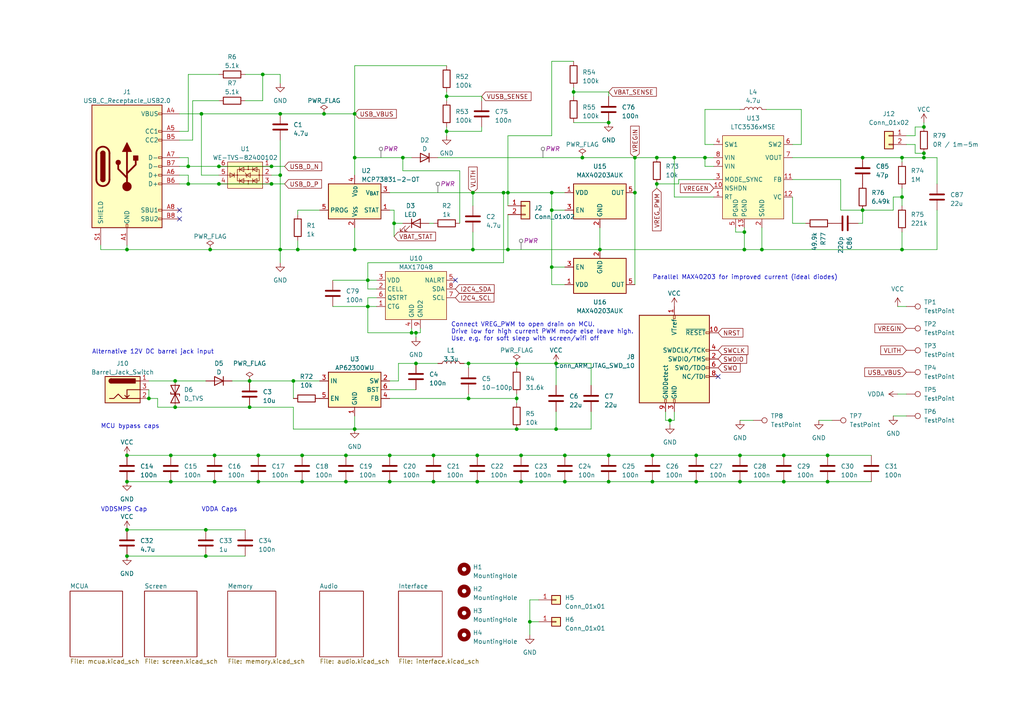
<source format=kicad_sch>
(kicad_sch (version 20230121) (generator eeschema)
  (paper "A4")
  (junction (at 102.87 72.39))
  (junction (at 59.69 161.29))
  (junction (at 36.83 132.08))
  (junction (at 93.98 33.02))
  (junction (at 116.84 45.72))
  (junction (at 125.73 132.08))
  (junction (at 100.33 132.08))
  (junction (at 63.5 53.34))
  (junction (at 106.68 81.28))
  (junction (at 50.8 110.49))
  (junction (at 215.9 67.31))
  (junction (at 261.62 57.15))
  (junction (at 227.33 132.08))
  (junction (at 125.73 139.7))
  (junction (at 215.9 72.39))
  (junction (at 201.93 139.7))
  (junction (at 85.09 110.49))
  (junction (at 86.36 72.39))
  (junction (at 240.03 132.08))
  (junction (at 163.83 132.08))
  (junction (at 135.89 115.57))
  (junction (at 250.19 45.72))
  (junction (at 129.54 38.1))
  (junction (at 54.61 48.26))
  (junction (at 63.5 48.26))
  (junction (at 36.83 72.39))
  (junction (at 151.13 132.08))
  (junction (at 74.93 132.08))
  (junction (at 204.47 45.72))
  (junction (at 261.62 72.39))
  (junction (at 149.86 115.57))
  (junction (at 60.96 72.39))
  (junction (at 149.86 124.46))
  (junction (at 163.83 139.7))
  (junction (at 194.31 121.92))
  (junction (at 129.54 27.94))
  (junction (at 49.53 132.08))
  (junction (at 102.87 45.72))
  (junction (at 166.37 26.67))
  (junction (at 176.53 35.56))
  (junction (at 160.02 55.88))
  (junction (at 81.28 50.8))
  (junction (at 120.65 105.41))
  (junction (at 240.03 139.7))
  (junction (at 137.16 55.88))
  (junction (at 149.86 105.41))
  (junction (at 102.87 33.02))
  (junction (at 113.03 139.7))
  (junction (at 72.39 118.11))
  (junction (at 119.38 96.52))
  (junction (at 220.98 72.39))
  (junction (at 267.97 44.45))
  (junction (at 50.8 118.11))
  (junction (at 138.43 139.7))
  (junction (at 76.2 21.59))
  (junction (at 49.53 139.7))
  (junction (at 160.02 60.96))
  (junction (at 100.33 139.7))
  (junction (at 74.93 139.7))
  (junction (at 161.29 124.46))
  (junction (at 62.23 132.08))
  (junction (at 72.39 110.49))
  (junction (at 261.62 45.72))
  (junction (at 120.65 96.52))
  (junction (at 114.3 64.77))
  (junction (at 190.5 45.72))
  (junction (at 138.43 132.08))
  (junction (at 184.15 55.88))
  (junction (at 160.02 77.47))
  (junction (at 62.23 139.7))
  (junction (at 59.69 153.67))
  (junction (at 43.18 115.57))
  (junction (at 58.42 33.02))
  (junction (at 189.23 139.7))
  (junction (at 250.19 60.96))
  (junction (at 78.74 48.26))
  (junction (at 81.28 33.02))
  (junction (at 214.63 139.7))
  (junction (at 267.97 45.72))
  (junction (at 168.91 45.72))
  (junction (at 137.16 72.39))
  (junction (at 201.93 132.08))
  (junction (at 161.29 105.41))
  (junction (at 146.05 55.88))
  (junction (at 267.97 36.83))
  (junction (at 106.68 88.9))
  (junction (at 227.33 139.7))
  (junction (at 189.23 132.08))
  (junction (at 78.74 53.34))
  (junction (at 36.83 161.29))
  (junction (at 81.28 72.39))
  (junction (at 135.89 105.41))
  (junction (at 195.58 45.72))
  (junction (at 102.87 124.46))
  (junction (at 147.32 72.39))
  (junction (at 36.83 139.7))
  (junction (at 176.53 132.08))
  (junction (at 36.83 153.67))
  (junction (at 87.63 139.7))
  (junction (at 176.53 139.7))
  (junction (at 190.5 53.34))
  (junction (at 113.03 132.08))
  (junction (at 87.63 132.08))
  (junction (at 147.32 55.88))
  (junction (at 184.15 45.72))
  (junction (at 153.67 180.34))
  (junction (at 214.63 132.08))
  (junction (at 173.99 72.39))
  (junction (at 54.61 53.34))
  (junction (at 151.13 139.7))
  (no_connect (at 52.07 60.96))
  (no_connect (at 132.08 81.28))
  (no_connect (at 52.07 63.5))
  (no_connect (at 208.28 109.22))
  (wire (pts (xy 147.32 55.88) (xy 147.32 59.69)))
  (wire (pts (xy 250.19 64.77) (xy 250.19 60.96)))
  (wire (pts (xy 116.84 49.53) (xy 133.35 49.53)))
  (wire (pts (xy 248.92 64.77) (xy 250.19 64.77)))
  (wire (pts (xy 63.5 48.26) (xy 78.74 48.26)))
  (wire (pts (xy 265.43 41.91) (xy 262.89 41.91)))
  (wire (pts (xy 81.28 21.59) (xy 81.28 24.13)))
  (wire (pts (xy 49.53 139.7) (xy 62.23 139.7)))
  (wire (pts (xy 149.86 124.46) (xy 161.29 124.46)))
  (wire (pts (xy 85.09 110.49) (xy 92.71 110.49)))
  (wire (pts (xy 138.43 139.7) (xy 151.13 139.7)))
  (wire (pts (xy 114.3 64.77) (xy 114.3 60.96)))
  (wire (pts (xy 58.42 50.8) (xy 63.5 50.8)))
  (wire (pts (xy 163.83 132.08) (xy 176.53 132.08)))
  (wire (pts (xy 125.73 139.7) (xy 138.43 139.7)))
  (wire (pts (xy 184.15 45.72) (xy 190.5 45.72)))
  (wire (pts (xy 261.62 57.15) (xy 261.62 59.69)))
  (wire (pts (xy 193.04 121.92) (xy 194.31 121.92)))
  (wire (pts (xy 207.01 48.26) (xy 204.47 48.26)))
  (wire (pts (xy 163.83 60.96) (xy 160.02 60.96)))
  (wire (pts (xy 36.83 161.29) (xy 59.69 161.29)))
  (wire (pts (xy 87.63 132.08) (xy 100.33 132.08)))
  (wire (pts (xy 160.02 77.47) (xy 163.83 77.47)))
  (wire (pts (xy 243.84 60.96) (xy 243.84 52.07)))
  (wire (pts (xy 63.5 53.34) (xy 78.74 53.34)))
  (wire (pts (xy 106.68 81.28) (xy 106.68 76.2)))
  (wire (pts (xy 137.16 67.31) (xy 137.16 72.39)))
  (wire (pts (xy 129.54 27.94) (xy 139.7 27.94)))
  (wire (pts (xy 86.36 69.85) (xy 86.36 72.39)))
  (wire (pts (xy 250.19 60.96) (xy 243.84 60.96)))
  (wire (pts (xy 92.71 60.96) (xy 86.36 60.96)))
  (wire (pts (xy 54.61 50.8) (xy 52.07 50.8)))
  (wire (pts (xy 147.32 72.39) (xy 173.99 72.39)))
  (wire (pts (xy 45.72 115.57) (xy 45.72 118.11)))
  (wire (pts (xy 60.96 72.39) (xy 81.28 72.39)))
  (wire (pts (xy 54.61 38.1) (xy 54.61 21.59)))
  (wire (pts (xy 201.93 132.08) (xy 214.63 132.08)))
  (wire (pts (xy 139.7 38.1) (xy 129.54 38.1)))
  (wire (pts (xy 36.83 139.7) (xy 49.53 139.7)))
  (wire (pts (xy 160.02 60.96) (xy 160.02 77.47)))
  (wire (pts (xy 259.08 60.96) (xy 250.19 60.96)))
  (wire (pts (xy 102.87 45.72) (xy 102.87 33.02)))
  (wire (pts (xy 120.65 105.41) (xy 127 105.41)))
  (wire (pts (xy 67.31 110.49) (xy 72.39 110.49)))
  (wire (pts (xy 106.68 81.28) (xy 109.22 81.28)))
  (wire (pts (xy 36.83 71.12) (xy 36.83 72.39)))
  (wire (pts (xy 133.35 49.53) (xy 133.35 64.77)))
  (wire (pts (xy 214.63 121.92) (xy 218.44 121.92)))
  (wire (pts (xy 138.43 132.08) (xy 151.13 132.08)))
  (wire (pts (xy 160.02 60.96) (xy 160.02 55.88)))
  (wire (pts (xy 149.86 105.41) (xy 149.86 106.68)))
  (wire (pts (xy 85.09 118.11) (xy 85.09 124.46)))
  (wire (pts (xy 151.13 132.08) (xy 163.83 132.08)))
  (wire (pts (xy 160.02 39.37) (xy 160.02 17.78)))
  (wire (pts (xy 176.53 26.67) (xy 176.53 27.94)))
  (wire (pts (xy 113.03 132.08) (xy 125.73 132.08)))
  (wire (pts (xy 96.52 81.28) (xy 106.68 81.28)))
  (wire (pts (xy 109.22 88.9) (xy 106.68 88.9)))
  (wire (pts (xy 106.68 76.2) (xy 146.05 76.2)))
  (wire (pts (xy 119.38 95.25) (xy 119.38 96.52)))
  (wire (pts (xy 55.88 29.21) (xy 63.5 29.21)))
  (wire (pts (xy 261.62 45.72) (xy 267.97 45.72)))
  (wire (pts (xy 189.23 132.08) (xy 201.93 132.08)))
  (wire (pts (xy 207.01 57.15) (xy 195.58 57.15)))
  (wire (pts (xy 121.92 96.52) (xy 120.65 96.52)))
  (wire (pts (xy 137.16 72.39) (xy 147.32 72.39)))
  (wire (pts (xy 153.67 180.34) (xy 153.67 184.15)))
  (wire (pts (xy 29.21 71.12) (xy 29.21 72.39)))
  (wire (pts (xy 114.3 60.96) (xy 113.03 60.96)))
  (wire (pts (xy 259.08 57.15) (xy 259.08 60.96)))
  (wire (pts (xy 160.02 55.88) (xy 163.83 55.88)))
  (wire (pts (xy 49.53 132.08) (xy 62.23 132.08)))
  (wire (pts (xy 267.97 44.45) (xy 265.43 44.45)))
  (wire (pts (xy 86.36 60.96) (xy 86.36 62.23)))
  (wire (pts (xy 100.33 132.08) (xy 113.03 132.08)))
  (wire (pts (xy 106.68 88.9) (xy 106.68 96.52)))
  (wire (pts (xy 109.22 86.36) (xy 106.68 86.36)))
  (wire (pts (xy 220.98 66.04) (xy 220.98 72.39)))
  (wire (pts (xy 166.37 25.4) (xy 166.37 26.67)))
  (wire (pts (xy 161.29 105.41) (xy 161.29 111.76)))
  (wire (pts (xy 229.87 64.77) (xy 229.87 57.15)))
  (wire (pts (xy 153.67 180.34) (xy 156.21 180.34)))
  (wire (pts (xy 227.33 132.08) (xy 240.03 132.08)))
  (wire (pts (xy 195.58 119.38) (xy 195.58 121.92)))
  (wire (pts (xy 267.97 44.45) (xy 267.97 45.72)))
  (wire (pts (xy 267.97 35.56) (xy 267.97 36.83)))
  (wire (pts (xy 113.03 115.57) (xy 135.89 115.57)))
  (wire (pts (xy 106.68 96.52) (xy 119.38 96.52)))
  (wire (pts (xy 29.21 72.39) (xy 36.83 72.39)))
  (wire (pts (xy 149.86 114.3) (xy 149.86 115.57)))
  (wire (pts (xy 271.78 60.96) (xy 271.78 72.39)))
  (wire (pts (xy 271.78 45.72) (xy 271.78 53.34)))
  (wire (pts (xy 102.87 72.39) (xy 137.16 72.39)))
  (wire (pts (xy 129.54 36.83) (xy 129.54 38.1)))
  (wire (pts (xy 195.58 121.92) (xy 194.31 121.92)))
  (wire (pts (xy 193.04 119.38) (xy 193.04 121.92)))
  (wire (pts (xy 124.46 64.77) (xy 125.73 64.77)))
  (wire (pts (xy 214.63 139.7) (xy 227.33 139.7)))
  (wire (pts (xy 139.7 27.94) (xy 139.7 29.21)))
  (wire (pts (xy 265.43 39.37) (xy 265.43 36.83)))
  (wire (pts (xy 74.93 132.08) (xy 87.63 132.08)))
  (wire (pts (xy 52.07 38.1) (xy 54.61 38.1)))
  (wire (pts (xy 135.89 115.57) (xy 135.89 114.3)))
  (wire (pts (xy 173.99 66.04) (xy 173.99 72.39)))
  (wire (pts (xy 74.93 139.7) (xy 87.63 139.7)))
  (wire (pts (xy 137.16 55.88) (xy 137.16 59.69)))
  (wire (pts (xy 81.28 40.64) (xy 81.28 50.8)))
  (wire (pts (xy 190.5 45.72) (xy 195.58 45.72)))
  (wire (pts (xy 243.84 52.07) (xy 229.87 52.07)))
  (wire (pts (xy 113.03 55.88) (xy 137.16 55.88)))
  (wire (pts (xy 153.67 173.99) (xy 153.67 180.34)))
  (wire (pts (xy 129.54 38.1) (xy 129.54 39.37)))
  (wire (pts (xy 115.57 105.41) (xy 120.65 105.41)))
  (wire (pts (xy 220.98 72.39) (xy 261.62 72.39)))
  (wire (pts (xy 116.84 64.77) (xy 114.3 64.77)))
  (wire (pts (xy 166.37 26.67) (xy 166.37 27.94)))
  (wire (pts (xy 114.3 64.77) (xy 114.3 68.58)))
  (wire (pts (xy 260.35 114.3) (xy 262.89 114.3)))
  (wire (pts (xy 87.63 139.7) (xy 100.33 139.7)))
  (wire (pts (xy 229.87 45.72) (xy 250.19 45.72)))
  (wire (pts (xy 72.39 118.11) (xy 85.09 118.11)))
  (wire (pts (xy 81.28 72.39) (xy 81.28 76.2)))
  (wire (pts (xy 59.69 161.29) (xy 71.12 161.29)))
  (wire (pts (xy 156.21 173.99) (xy 153.67 173.99)))
  (wire (pts (xy 36.83 72.39) (xy 60.96 72.39)))
  (wire (pts (xy 160.02 82.55) (xy 163.83 82.55)))
  (wire (pts (xy 176.53 139.7) (xy 189.23 139.7)))
  (wire (pts (xy 135.89 105.41) (xy 135.89 106.68)))
  (wire (pts (xy 113.03 139.7) (xy 125.73 139.7)))
  (wire (pts (xy 134.62 105.41) (xy 135.89 105.41)))
  (wire (pts (xy 78.74 48.26) (xy 82.55 48.26)))
  (wire (pts (xy 232.41 31.75) (xy 232.41 41.91)))
  (wire (pts (xy 201.93 139.7) (xy 214.63 139.7)))
  (wire (pts (xy 261.62 57.15) (xy 259.08 57.15)))
  (wire (pts (xy 215.9 66.04) (xy 215.9 67.31)))
  (wire (pts (xy 161.29 105.41) (xy 171.45 105.41)))
  (wire (pts (xy 168.91 45.72) (xy 184.15 45.72)))
  (wire (pts (xy 215.9 67.31) (xy 213.36 67.31)))
  (wire (pts (xy 151.13 139.7) (xy 163.83 139.7)))
  (wire (pts (xy 86.36 72.39) (xy 102.87 72.39)))
  (wire (pts (xy 139.7 36.83) (xy 139.7 38.1)))
  (wire (pts (xy 265.43 36.83) (xy 267.97 36.83)))
  (wire (pts (xy 129.54 27.94) (xy 129.54 29.21)))
  (wire (pts (xy 63.5 53.34) (xy 54.61 53.34)))
  (wire (pts (xy 227.33 139.7) (xy 240.03 139.7)))
  (wire (pts (xy 129.54 26.67) (xy 129.54 27.94)))
  (wire (pts (xy 166.37 26.67) (xy 176.53 26.67)))
  (wire (pts (xy 72.39 110.49) (xy 85.09 110.49)))
  (wire (pts (xy 125.73 132.08) (xy 138.43 132.08)))
  (wire (pts (xy 36.83 153.67) (xy 59.69 153.67)))
  (wire (pts (xy 54.61 21.59) (xy 63.5 21.59)))
  (wire (pts (xy 260.35 88.9) (xy 262.89 88.9)))
  (wire (pts (xy 176.53 132.08) (xy 189.23 132.08)))
  (wire (pts (xy 146.05 55.88) (xy 147.32 55.88)))
  (wire (pts (xy 160.02 17.78) (xy 166.37 17.78)))
  (wire (pts (xy 43.18 110.49) (xy 50.8 110.49)))
  (wire (pts (xy 113.03 113.03) (xy 120.65 113.03)))
  (wire (pts (xy 43.18 113.03) (xy 43.18 115.57)))
  (wire (pts (xy 113.03 110.49) (xy 115.57 110.49)))
  (wire (pts (xy 233.68 64.77) (xy 229.87 64.77)))
  (wire (pts (xy 147.32 72.39) (xy 147.32 62.23)))
  (wire (pts (xy 173.99 72.39) (xy 215.9 72.39)))
  (wire (pts (xy 54.61 48.26) (xy 54.61 45.72)))
  (wire (pts (xy 163.83 139.7) (xy 176.53 139.7)))
  (wire (pts (xy 76.2 29.21) (xy 76.2 21.59)))
  (wire (pts (xy 146.05 76.2) (xy 146.05 55.88)))
  (wire (pts (xy 58.42 33.02) (xy 58.42 50.8)))
  (wire (pts (xy 102.87 66.04) (xy 102.87 72.39)))
  (wire (pts (xy 50.8 118.11) (xy 72.39 118.11)))
  (wire (pts (xy 261.62 67.31) (xy 261.62 72.39)))
  (wire (pts (xy 62.23 139.7) (xy 74.93 139.7)))
  (wire (pts (xy 184.15 55.88) (xy 184.15 82.55)))
  (wire (pts (xy 71.12 21.59) (xy 76.2 21.59)))
  (wire (pts (xy 43.18 115.57) (xy 45.72 115.57)))
  (wire (pts (xy 93.98 33.02) (xy 81.28 33.02)))
  (wire (pts (xy 267.97 45.72) (xy 271.78 45.72)))
  (wire (pts (xy 262.89 39.37) (xy 265.43 39.37)))
  (wire (pts (xy 50.8 110.49) (xy 59.69 110.49)))
  (wire (pts (xy 147.32 39.37) (xy 160.02 39.37)))
  (wire (pts (xy 261.62 54.61) (xy 261.62 57.15)))
  (wire (pts (xy 207.01 41.91) (xy 204.47 41.91)))
  (wire (pts (xy 265.43 44.45) (xy 265.43 41.91)))
  (wire (pts (xy 62.23 132.08) (xy 74.93 132.08)))
  (wire (pts (xy 52.07 53.34) (xy 54.61 53.34)))
  (wire (pts (xy 85.09 124.46) (xy 102.87 124.46)))
  (wire (pts (xy 171.45 105.41) (xy 171.45 111.76)))
  (wire (pts (xy 85.09 110.49) (xy 85.09 115.57)))
  (wire (pts (xy 190.5 54.61) (xy 190.5 53.34)))
  (wire (pts (xy 96.52 88.9) (xy 106.68 88.9)))
  (wire (pts (xy 102.87 120.65) (xy 102.87 124.46)))
  (wire (pts (xy 78.74 53.34) (xy 82.55 53.34)))
  (wire (pts (xy 261.62 72.39) (xy 271.78 72.39)))
  (wire (pts (xy 137.16 55.88) (xy 146.05 55.88)))
  (wire (pts (xy 261.62 45.72) (xy 261.62 46.99)))
  (wire (pts (xy 102.87 33.02) (xy 102.87 19.05)))
  (wire (pts (xy 102.87 50.8) (xy 102.87 45.72)))
  (wire (pts (xy 204.47 41.91) (xy 204.47 31.75)))
  (wire (pts (xy 184.15 45.72) (xy 184.15 55.88)))
  (wire (pts (xy 189.23 139.7) (xy 201.93 139.7)))
  (wire (pts (xy 196.85 53.34) (xy 196.85 52.07)))
  (wire (pts (xy 149.86 105.41) (xy 161.29 105.41)))
  (wire (pts (xy 52.07 48.26) (xy 54.61 48.26)))
  (wire (pts (xy 76.2 21.59) (xy 81.28 21.59)))
  (wire (pts (xy 161.29 124.46) (xy 161.29 119.38)))
  (wire (pts (xy 135.89 105.41) (xy 149.86 105.41)))
  (wire (pts (xy 102.87 33.02) (xy 93.98 33.02)))
  (wire (pts (xy 195.58 57.15) (xy 195.58 45.72)))
  (wire (pts (xy 100.33 139.7) (xy 113.03 139.7)))
  (wire (pts (xy 204.47 31.75) (xy 214.63 31.75)))
  (wire (pts (xy 119.38 96.52) (xy 120.65 96.52)))
  (wire (pts (xy 71.12 29.21) (xy 76.2 29.21)))
  (wire (pts (xy 45.72 118.11) (xy 50.8 118.11)))
  (wire (pts (xy 204.47 48.26) (xy 204.47 45.72)))
  (wire (pts (xy 240.03 139.7) (xy 252.73 139.7)))
  (wire (pts (xy 259.08 120.65) (xy 262.89 120.65)))
  (wire (pts (xy 54.61 45.72) (xy 52.07 45.72)))
  (wire (pts (xy 78.74 50.8) (xy 81.28 50.8)))
  (wire (pts (xy 52.07 40.64) (xy 55.88 40.64)))
  (wire (pts (xy 63.5 48.26) (xy 54.61 48.26)))
  (wire (pts (xy 147.32 55.88) (xy 160.02 55.88)))
  (wire (pts (xy 102.87 45.72) (xy 116.84 45.72)))
  (wire (pts (xy 194.31 121.92) (xy 194.31 123.19)))
  (wire (pts (xy 204.47 45.72) (xy 207.01 45.72)))
  (wire (pts (xy 166.37 35.56) (xy 176.53 35.56)))
  (wire (pts (xy 116.84 45.72) (xy 119.38 45.72)))
  (wire (pts (xy 135.89 115.57) (xy 149.86 115.57)))
  (wire (pts (xy 106.68 83.82) (xy 106.68 81.28)))
  (wire (pts (xy 215.9 72.39) (xy 220.98 72.39)))
  (wire (pts (xy 240.03 132.08) (xy 252.73 132.08)))
  (wire (pts (xy 109.22 83.82) (xy 106.68 83.82)))
  (wire (pts (xy 81.28 50.8) (xy 81.28 72.39)))
  (wire (pts (xy 215.9 67.31) (xy 215.9 72.39)))
  (wire (pts (xy 149.86 115.57) (xy 149.86 116.84)))
  (wire (pts (xy 102.87 124.46) (xy 149.86 124.46)))
  (wire (pts (xy 190.5 53.34) (xy 196.85 53.34)))
  (wire (pts (xy 102.87 19.05) (xy 129.54 19.05)))
  (wire (pts (xy 222.25 31.75) (xy 232.41 31.75)))
  (wire (pts (xy 54.61 53.34) (xy 54.61 50.8)))
  (wire (pts (xy 81.28 33.02) (xy 58.42 33.02)))
  (wire (pts (xy 171.45 124.46) (xy 161.29 124.46)))
  (wire (pts (xy 59.69 153.67) (xy 71.12 153.67)))
  (wire (pts (xy 214.63 132.08) (xy 227.33 132.08)))
  (wire (pts (xy 120.65 96.52) (xy 120.65 97.79)))
  (wire (pts (xy 232.41 41.91) (xy 229.87 41.91)))
  (wire (pts (xy 250.19 45.72) (xy 261.62 45.72)))
  (wire (pts (xy 121.92 95.25) (xy 121.92 96.52)))
  (wire (pts (xy 147.32 55.88) (xy 147.32 39.37)))
  (wire (pts (xy 196.85 52.07) (xy 207.01 52.07)))
  (wire (pts (xy 36.83 132.08) (xy 49.53 132.08)))
  (wire (pts (xy 127 45.72) (xy 168.91 45.72)))
  (wire (pts (xy 213.36 67.31) (xy 213.36 66.04)))
  (wire (pts (xy 52.07 33.02) (xy 58.42 33.02)))
  (wire (pts (xy 55.88 40.64) (xy 55.88 29.21)))
  (wire (pts (xy 106.68 86.36) (xy 106.68 88.9)))
  (wire (pts (xy 160.02 77.47) (xy 160.02 82.55)))
  (wire (pts (xy 81.28 72.39) (xy 86.36 72.39)))
  (wire (pts (xy 195.58 45.72) (xy 204.47 45.72)))
  (wire (pts (xy 171.45 119.38) (xy 171.45 124.46)))
  (wire (pts (xy 237.49 121.92) (xy 241.3 121.92)))
  (wire (pts (xy 115.57 110.49) (xy 115.57 105.41)))
  (wire (pts (xy 116.84 45.72) (xy 116.84 49.53)))
  (text "Alternative 12V DC barrel jack input" (at 26.67 102.87 0) (effects (font (size 1.27 1.27)) (justify left bottom)))
  (text "VDDA Caps" (at 58.42 148.59 0) (effects (font (size 1.27 1.27)) (justify left bottom)))
  (text "MCU bypass caps" (at 29.21 124.46 0) (effects (font (size 1.27 1.27)) (justify left bottom)))
  (text "Connect VREG_PWM to open drain on MCU.\nDrive low for high current PWM mode else leave high.\nUse, e.g. for soft sleep with screen/wifi off" (at 130.81 99.06 0) (effects (font (size 1.27 1.27)) (justify left bottom)))
  (text "VDDSMPS Cap" (at 29.21 148.59 0) (effects (font (size 1.27 1.27)) (justify left bottom)))
  (text "Parallel MAX40203 for improved current (ideal diodes)" (at 189.23 81.28 0) (effects (font (size 1.27 1.27)) (justify left bottom)))
  (global_label "VBAT_SENSE" (shape input) (at 176.53 26.67 0) (property "Intersheetrefs" "${INTERSHEET_REFS}" (effects hide)))
  (global_label "USB_D_P" (shape input) (at 82.55 53.34 0) (property "Intersheetrefs" "${INTERSHEET_REFS}" (effects hide)))
  (global_label "VLITH" (shape input) (at 262.89 101.6 180) (property "Intersheetrefs" "${INTERSHEET_REFS}" (effects hide)))
  (global_label "VREGIN" (shape input) (at 262.89 95.25 180) (property "Intersheetrefs" "${INTERSHEET_REFS}" (effects hide)))
  (global_label "I2C4_SCL" (shape input) (at 132.08 86.36 0) (property "Intersheetrefs" "${INTERSHEET_REFS}" (effects hide)))
  (global_label "USB_VBUS" (shape input) (at 102.87 33.02 0) (property "Intersheetrefs" "${INTERSHEET_REFS}" (effects hide)))
  (global_label "VREG_PWM" (shape input) (at 190.5 54.61 270) (property "Intersheetrefs" "${INTERSHEET_REFS}" (effects hide)))
  (global_label "VREGEN" (shape input) (at 207.01 54.61 180) (property "Intersheetrefs" "${INTERSHEET_REFS}" (effects hide)))
  (global_label "VUSB_SENSE" (shape input) (at 139.7 27.94 0) (property "Intersheetrefs" "${INTERSHEET_REFS}" (effects hide)))
  (global_label "SWDIO" (shape input) (at 208.28 104.14 0) (property "Intersheetrefs" "${INTERSHEET_REFS}" (effects hide)))
  (global_label "SWO" (shape input) (at 208.28 106.68 0) (property "Intersheetrefs" "${INTERSHEET_REFS}" (effects hide)))
  (global_label "VBAT_STAT" (shape input) (at 114.3 68.58 0) (property "Intersheetrefs" "${INTERSHEET_REFS}" (effects hide)))
  (global_label "NRST" (shape input) (at 208.28 96.52 0) (property "Intersheetrefs" "${INTERSHEET_REFS}" (effects hide)))
  (global_label "USB_D_N" (shape input) (at 82.55 48.26 0) (property "Intersheetrefs" "${INTERSHEET_REFS}" (effects hide)))
  (global_label "I2C4_SDA" (shape input) (at 132.08 83.82 0) (property "Intersheetrefs" "${INTERSHEET_REFS}" (effects hide)))
  (global_label "VREGIN" (shape input) (at 184.15 45.72 90) (property "Intersheetrefs" "${INTERSHEET_REFS}" (effects hide)))
  (global_label "USB_VBUS" (shape input) (at 262.89 107.95 180) (property "Intersheetrefs" "${INTERSHEET_REFS}" (effects hide)))
  (global_label "SWCLK" (shape input) (at 208.28 101.6 0) (property "Intersheetrefs" "${INTERSHEET_REFS}" (effects hide)))
  (global_label "VLITH" (shape input) (at 137.16 55.88 90) (property "Intersheetrefs" "${INTERSHEET_REFS}" (effects hide)))
  (netclass_flag "" (length 2.54) (shape round) (at 127 55.88 0) (property "Netclass" "PWR" (at 127.6985 53.34 0) (effects (font italic) (justify left))))
  (netclass_flag "" (length 2.54) (shape round) (at 151.13 72.39 0) (property "Netclass" "PWR" (at 151.8285 69.85 0) (effects (font italic) (justify left))))
  (netclass_flag "" (length 2.54) (shape round) (at 157.48 45.72 0) (property "Netclass" "PWR" (at 158.1785 43.18 0) (effects (font italic) (justify left))))
  (netclass_flag "" (length 2.54) (shape round) (at 110.49 45.72 0) (property "Netclass" "PWR" (at 111.1885 43.18 0) (effects (font italic) (justify left))))
  (symbol (lib_id "power:PWR_FLAG") (at 168.91 45.72 0) (unit 1)
    (property "Reference" "#FLG03" (effects hide))
    (property "Value" "PWR_FLAG" (at 168.91 41.91 0))
  )
  (symbol (lib_id "Connector_Generic:Conn_01x01") (at 161.29 173.99 0) (unit 1)
    (property "Reference" "H5" (at 163.83 173.355 0) (effects (justify left)))
    (property "Value" "Conn_01x01" (at 163.83 175.895 0) (effects (justify left)))
    (property "Footprint" "Connector_PinHeader_2.54mm:PinHeader_1x01_P2.54mm_Vertical" (effects hide))
  )
  (symbol (lib_id "power:GND") (at 120.65 97.79 0) (unit 1)
    (property "Reference" "#PWR071" (effects hide))
    (property "Value" "GND" (at 120.65 102.87 0))
  )
  (symbol (lib_id "power:VCC") (at 161.29 105.41 0) (unit 1)
    (property "Reference" "#PWR090" (effects hide))
    (property "Value" "VCC" (at 161.29 101.6 0))
  )
  (symbol (lib_id "Device:C") (at 100.33 135.89 0) (unit 1)
    (property "Reference" "C19" (at 104.14 135.255 0) (effects (justify left)))
    (property "Value" "100n" (at 104.14 137.795 0) (effects (justify left)))
    (property "Footprint" "Capacitor_SMD:C_0603_1608Metric" (effects hide))
  )
  (symbol (lib_id "Device:C") (at 201.93 135.89 0) (unit 1)
    (property "Reference" "C27" (at 205.74 135.255 0) (effects (justify left)))
    (property "Value" "100n" (at 205.74 137.795 0) (effects (justify left)))
    (property "Footprint" "Capacitor_SMD:C_0603_1608Metric" (effects hide))
  )
  (symbol (lib_id "Device:C") (at 125.73 135.89 0) (unit 1)
    (property "Reference" "C21" (at 129.54 135.255 0) (effects (justify left)))
    (property "Value" "100n" (at 129.54 137.795 0) (effects (justify left)))
    (property "Footprint" "Capacitor_SMD:C_0603_1608Metric" (effects hide))
  )
  (symbol (lib_id "Device:C") (at 139.7 33.02 0) (unit 1)
    (property "Reference" "C75" (at 143.51 32.385 0) (effects (justify left)))
    (property "Value" "100n" (at 143.51 34.925 0) (effects (justify left)))
    (property "Footprint" "Capacitor_SMD:C_0603_1608Metric" (effects hide))
  )
  (symbol (lib_id "Connector:TestPoint") (at 262.89 88.9 270) (unit 1)
    (property "Reference" "TP1" (at 267.97 87.63 90) (effects (justify left)))
    (property "Value" "TestPoint" (at 267.97 90.17 90) (effects (justify left)))
    (property "Footprint" "Connector_PinHeader_2.54mm:PinHeader_1x01_P2.54mm_Vertical" (effects hide))
  )
  (symbol (lib_id "Analog_Switch:MAX40200AUK") (at 173.99 80.01 0) (mirror x) (unit 1)
    (property "Reference" "U16" (at 173.99 87.63 0))
    (property "Value" "MAX40203AUK" (at 173.99 90.17 0))
    (property "Footprint" "Package_TO_SOT_SMD:SOT-23-5" (effects hide))
    (property "Datasheet" "https://datasheets.maximintegrated.com/en/ds/MAX40200.pdf" (effects hide))
  )
  (symbol (lib_id "Device:R") (at 166.37 31.75 0) (unit 1)
    (property "Reference" "R55" (at 168.91 31.115 0) (effects (justify left)))
    (property "Value" "100k" (at 168.91 33.655 0) (effects (justify left)))
    (property "Footprint" "Resistor_SMD:R_0603_1608Metric" (effects hide))
  )
  (symbol (lib_id "Device:C") (at 161.29 115.57 0) (unit 1)
    (property "Reference" "C6" (at 165.1 114.935 0) (effects (justify left)))
    (property "Value" "22u" (at 165.1 117.475 0) (effects (justify left)))
    (property "Footprint" "Capacitor_SMD:C_0805_2012Metric" (effects hide))
  )
  (symbol (lib_id "Connector:TestPoint") (at 262.89 95.25 270) (unit 1)
    (property "Reference" "TP2" (at 267.97 93.98 90) (effects (justify left)))
    (property "Value" "TestPoint" (at 267.97 96.52 90) (effects (justify left)))
    (property "Footprint" "Connector_PinHeader_2.54mm:PinHeader_1x01_P2.54mm_Vertical" (effects hide))
  )
  (symbol (lib_id "Connector:TestPoint") (at 262.89 107.95 270) (unit 1)
    (property "Reference" "TP4" (at 267.97 106.68 90) (effects (justify left)))
    (property "Value" "TestPoint" (at 267.97 109.22 90) (effects (justify left)))
    (property "Footprint" "Connector_PinHeader_2.54mm:PinHeader_1x01_P2.54mm_Vertical" (effects hide))
  )
  (symbol (lib_id "Device:D") (at 63.5 110.49 180) (unit 1)
    (property "Reference" "D5" (at 63.5 105.41 0))
    (property "Value" "D" (at 63.5 107.95 0))
    (property "Footprint" "Diode_SMD:D_SOD-128" (effects hide))
    (property "Sim.Device" "D" (effects hide))
    (property "Sim.Pins" "1=K 2=A" (effects hide))
  )
  (symbol (lib_id "Device:C") (at 74.93 135.89 0) (unit 1)
    (property "Reference" "C17" (at 78.74 135.255 0) (effects (justify left)))
    (property "Value" "100n" (at 78.74 137.795 0) (effects (justify left)))
    (property "Footprint" "Capacitor_SMD:C_0603_1608Metric" (effects hide))
  )
  (symbol (lib_id "Mechanical:MountingHole") (at 134.62 165.1 0) (unit 1)
    (property "Reference" "H1" (at 137.16 164.465 0) (effects (justify left)))
    (property "Value" "MountingHole" (at 137.16 167.005 0) (effects (justify left)))
    (property "Footprint" "MountingHole:MountingHole_3.2mm_M3" (effects hide))
  )
  (symbol (lib_id "power:GND") (at 36.83 161.29 0) (unit 1)
    (property "Reference" "#PWR011" (effects hide))
    (property "Value" "GND" (at 36.83 166.37 0))
  )
  (symbol (lib_id "Connector:TestPoint") (at 262.89 101.6 270) (unit 1)
    (property "Reference" "TP3" (at 267.97 100.33 90) (effects (justify left)))
    (property "Value" "TestPoint" (at 267.97 102.87 90) (effects (justify left)))
    (property "Footprint" "Connector_PinHeader_2.54mm:PinHeader_1x01_P2.54mm_Vertical" (effects hide))
  )
  (symbol (lib_id "Device:C") (at 176.53 31.75 0) (unit 1)
    (property "Reference" "C76" (at 180.34 31.115 0) (effects (justify left)))
    (property "Value" "100n" (at 180.34 33.655 0) (effects (justify left)))
    (property "Footprint" "Capacitor_SMD:C_0603_1608Metric" (effects hide))
  )
  (symbol (lib_id "Device:C") (at 271.78 57.15 0) (unit 1)
    (property "Reference" "C87" (at 275.59 56.515 0) (effects (justify left)))
    (property "Value" "22u" (at 275.59 59.055 0) (effects (justify left)))
    (property "Footprint" "Capacitor_SMD:C_0805_2012Metric" (effects hide))
  )
  (symbol (lib_id "Device:C") (at 250.19 49.53 0) (unit 1)
    (property "Reference" "C85" (at 254 48.26 0) (effects (justify left)))
    (property "Value" "47p" (at 254 50.8 0) (effects (justify left)))
    (property "Footprint" "Capacitor_SMD:C_0603_1608Metric" (effects hide))
  )
  (symbol (lib_id "power:GND") (at 153.67 184.15 0) (unit 1)
    (property "Reference" "#PWR088" (effects hide))
    (property "Value" "GND" (at 153.67 189.23 0))
  )
  (symbol (lib_id "Device:C") (at 36.83 157.48 0) (unit 1)
    (property "Reference" "C32" (at 40.64 156.845 0) (effects (justify left)))
    (property "Value" "4.7u" (at 40.64 159.385 0) (effects (justify left)))
    (property "Footprint" "Capacitor_SMD:C_0805_2012Metric" (effects hide))
  )
  (symbol (lib_id "Device:C") (at 171.45 115.57 0) (unit 1)
    (property "Reference" "C7" (at 175.26 114.935 0) (effects (justify left)))
    (property "Value" "22u" (at 175.26 117.475 0) (effects (justify left)))
    (property "Footprint" "Capacitor_SMD:C_0805_2012Metric" (effects hide))
  )
  (symbol (lib_id "power:GND") (at 129.54 39.37 0) (unit 1)
    (property "Reference" "#PWR064" (effects hide))
    (property "Value" "GND" (at 129.54 44.45 0))
  )
  (symbol (lib_id "Device:C") (at 138.43 135.89 0) (unit 1)
    (property "Reference" "C22" (at 142.24 135.255 0) (effects (justify left)))
    (property "Value" "100n" (at 142.24 137.795 0) (effects (justify left)))
    (property "Footprint" "Capacitor_SMD:C_0603_1608Metric" (effects hide))
  )
  (symbol (lib_id "Connector_Generic:Conn_01x02") (at 257.81 39.37 0) (mirror y) (unit 1)
    (property "Reference" "J12" (at 257.81 33.02 0))
    (property "Value" "Conn_01x02" (at 257.81 35.56 0))
    (property "Footprint" "Connector_PinHeader_2.54mm:PinHeader_1x02_P2.54mm_Vertical" (effects hide))
  )
  (symbol (lib_id "power:VCC") (at 36.83 132.08 0) (unit 1)
    (property "Reference" "#PWR08" (effects hide))
    (property "Value" "VCC" (at 36.83 128.27 0))
  )
  (symbol (lib_id "Device:R") (at 261.62 50.8 0) (unit 1)
    (property "Reference" "R74" (at 264.16 49.53 0) (effects (justify left)))
    (property "Value" "1M" (at 264.16 52.07 0) (effects (justify left)))
    (property "Footprint" "Resistor_SMD:R_0603_1608Metric" (effects hide))
  )
  (symbol (lib_id "Device:D_TVS") (at 50.8 114.3 90) (unit 1)
    (property "Reference" "D6" (at 53.34 113.0299 90) (effects (justify right)))
    (property "Value" "D_TVS" (at 53.34 115.5699 90) (effects (justify right)))
    (property "Footprint" "Diode_SMD:D_SMA" (effects hide))
  )
  (symbol (lib_id "Device:C") (at 71.12 157.48 0) (unit 1)
    (property "Reference" "C34" (at 74.93 156.845 0) (effects (justify left)))
    (property "Value" "100n" (at 74.93 159.385 0) (effects (justify left)))
    (property "Footprint" "Capacitor_SMD:C_0603_1608Metric" (effects hide))
  )
  (symbol (lib_id "power:PWR_FLAG") (at 60.96 72.39 0) (unit 1)
    (property "Reference" "#FLG01" (effects hide))
    (property "Value" "PWR_FLAG" (at 60.96 68.58 0))
  )
  (symbol (lib_id "power:GND") (at 237.49 121.92 0) (unit 1)
    (property "Reference" "#PWR099" (effects hide))
    (property "Value" "GND" (at 237.49 127 0))
  )
  (symbol (lib_id "power:PWR_FLAG") (at 149.86 105.41 0) (unit 1)
    (property "Reference" "#FLG04" (effects hide))
    (property "Value" "PWR_FLAG" (at 149.86 101.6 0))
  )
  (symbol (lib_id "Connector_Generic:Conn_01x02") (at 152.4 59.69 0) (unit 1)
    (property "Reference" "J2" (at 154.94 60.325 0) (effects (justify left)))
    (property "Value" "Conn_01x02" (at 154.94 62.865 0) (effects (justify left)))
    (property "Footprint" "Connector_JST:JST_PH_B2B-PH-K_1x02_P2.00mm_Vertical" (effects hide))
  )
  (symbol (lib_id "Device:L") (at 130.81 105.41 90) (unit 1)
    (property "Reference" "L1" (at 130.81 101.6 90))
    (property "Value" "3.3u" (at 130.81 104.14 90))
    (property "Footprint" "Inductor_SMD:L_7.3x7.3_H4.5" (effects hide))
  )
  (symbol (lib_id "Device:LED") (at 120.65 64.77 0) (unit 1)
    (property "Reference" "D3" (at 119.0625 59.69 0))
    (property "Value" "LED" (at 119.0625 62.23 0))
    (property "Footprint" "LED_SMD:LED_0603_1608Metric" (effects hide))
  )
  (symbol (lib_id "Device:R") (at 86.36 66.04 0) (unit 1)
    (property "Reference" "R1" (at 88.9 65.405 0) (effects (justify left)))
    (property "Value" "1k" (at 88.9 67.945 0) (effects (justify left)))
    (property "Footprint" "Resistor_SMD:R_0603_1608Metric" (effects hide))
  )
  (symbol (lib_id "Device:D") (at 123.19 45.72 180) (unit 1)
    (property "Reference" "D2" (at 123.19 40.64 0))
    (property "Value" "D" (at 123.19 43.18 0))
    (property "Footprint" "Diode_SMD:D_SOD-128" (effects hide))
    (property "Sim.Device" "D" (effects hide))
    (property "Sim.Pins" "1=K 2=A" (effects hide))
  )
  (symbol (lib_id "power:GND") (at 214.63 121.92 0) (unit 1)
    (property "Reference" "#PWR0100" (effects hide))
    (property "Value" "GND" (at 214.63 127 0))
  )
  (symbol (lib_id "power:GND") (at 81.28 76.2 0) (unit 1)
    (property "Reference" "#PWR01" (effects hide))
    (property "Value" "GND" (at 81.28 81.28 0))
  )
  (symbol (lib_id "Mechanical:MountingHole") (at 134.62 177.8 0) (unit 1)
    (property "Reference" "H3" (at 137.16 177.165 0) (effects (justify left)))
    (property "Value" "MountingHole" (at 137.16 179.705 0) (effects (justify left)))
    (property "Footprint" "MountingHole:MountingHole_3.2mm_M3" (effects hide))
  )
  (symbol (lib_id "Device:C") (at 214.63 135.89 0) (unit 1)
    (property "Reference" "C28" (at 218.44 135.255 0) (effects (justify left)))
    (property "Value" "100n" (at 218.44 137.795 0) (effects (justify left)))
    (property "Footprint" "Capacitor_SMD:C_0603_1608Metric" (effects hide))
  )
  (symbol (lib_id "Device:R") (at 129.54 22.86 0) (unit 1)
    (property "Reference" "R52" (at 132.08 22.225 0) (effects (justify left)))
    (property "Value" "100k" (at 132.08 24.765 0) (effects (justify left)))
    (property "Footprint" "Resistor_SMD:R_0603_1608Metric" (effects hide))
  )
  (symbol (lib_id "Connector:Conn_ARM_JTAG_SWD_10") (at 195.58 104.14 0) (unit 1)
    (property "Reference" "J8" (at 184.15 103.505 0) (effects (justify right)))
    (property "Value" "Conn_ARM_JTAG_SWD_10" (at 184.15 106.045 0) (effects (justify right)))
    (property "Footprint" "Connector_PinHeader_1.27mm:PinHeader_2x05_P1.27mm_Vertical_SMD" (effects hide))
    (property "Datasheet" "http://infocenter.arm.com/help/topic/com.arm.doc.ddi0314h/DDI0314H_coresight_components_trm.pdf" (effects hide))
  )
  (symbol (lib_id "power:GND") (at 102.87 124.46 0) (unit 1)
    (property "Reference" "#PWR089" (effects hide))
    (property "Value" "GND" (at 102.87 129.54 0))
  )
  (symbol (lib_id "power:VDDA") (at 260.35 114.3 90) (unit 1)
    (property "Reference" "#PWR097" (effects hide))
    (property "Value" "VDDA" (at 256.54 114.3 90) (effects (justify left)))
  )
  (symbol (lib_id "Analog_Switch:MAX40200AUK") (at 173.99 58.42 0) (unit 1)
    (property "Reference" "U15" (at 173.99 48.26 0))
    (property "Value" "MAX40203AUK" (at 173.99 50.8 0))
    (property "Footprint" "Package_TO_SOT_SMD:SOT-23-5" (effects hide))
    (property "Datasheet" "https://datasheets.maximintegrated.com/en/ds/MAX40200.pdf" (effects hide))
  )
  (symbol (lib_id "power:GND") (at 259.08 120.65 0) (unit 1)
    (property "Reference" "#PWR098" (effects hide))
    (property "Value" "GND" (at 259.08 125.73 0))
  )
  (symbol (lib_id "Device:C") (at 62.23 135.89 0) (unit 1)
    (property "Reference" "C16" (at 66.04 135.255 0) (effects (justify left)))
    (property "Value" "100n" (at 66.04 137.795 0) (effects (justify left)))
    (property "Footprint" "Capacitor_SMD:C_0603_1608Metric" (effects hide))
  )
  (symbol (lib_id "power:GND") (at 36.83 139.7 0) (unit 1)
    (property "Reference" "#PWR09" (effects hide))
    (property "Value" "GND" (at 36.83 144.78 0))
  )
  (symbol (lib_id "power:GND") (at 194.31 123.19 0) (unit 1)
    (property "Reference" "#PWR031" (effects hide))
    (property "Value" "GND" (at 194.31 128.27 0))
  )
  (symbol (lib_id "power:PWR_FLAG") (at 72.39 110.49 0) (unit 1)
    (property "Reference" "#FLG05" (effects hide))
    (property "Value" "PWR_FLAG" (at 72.39 105.41 0))
  )
  (symbol (lib_id "Device:C") (at 240.03 135.89 0) (unit 1)
    (property "Reference" "C30" (at 243.84 135.255 0) (effects (justify left)))
    (property "Value" "100n" (at 243.84 137.795 0) (effects (justify left)))
    (property "Footprint" "Capacitor_SMD:C_0603_1608Metric" (effects hide))
  )
  (symbol (lib_id "Power_Protection:WE-TVS-82400102") (at 71.12 50.8 0) (mirror y) (unit 1)
    (property "Reference" "U1" (at 71.12 43.18 0))
    (property "Value" "WE-TVS-82400102" (at 71.12 45.72 0))
    (property "Footprint" "Package_TO_SOT_SMD:SOT-23-6" (effects hide))
    (property "Datasheet" "https://katalog.we-online.de/pbs/datasheet/82400102.pdf" (effects hide))
  )
  (symbol (lib_id "power:VCC") (at 195.58 88.9 0) (unit 1)
    (property "Reference" "#PWR030" (effects hide))
    (property "Value" "VCC" (at 195.58 85.09 0))
  )
  (symbol (lib_id "Connector:TestPoint") (at 262.89 114.3 270) (unit 1)
    (property "Reference" "TP5" (at 267.97 113.03 90) (effects (justify left)))
    (property "Value" "TestPoint" (at 267.97 115.57 90) (effects (justify left)))
    (property "Footprint" "Connector_PinHeader_2.54mm:PinHeader_1x01_P2.54mm_Vertical" (effects hide))
  )
  (symbol (lib_id "Battery_Management:MCP73831-2-OT") (at 102.87 58.42 0) (unit 1)
    (property "Reference" "U2" (at 104.8259 49.53 0) (effects (justify left)))
    (property "Value" "MCP73831-2-OT" (at 104.8259 52.07 0) (effects (justify left)))
    (property "Footprint" "Package_TO_SOT_SMD:SOT-23-5" (effects hide))
    (property "Datasheet" "http://ww1.microchip.com/downloads/en/DeviceDoc/20001984g.pdf" (effects hide))
  )
  (symbol (lib_id "Device:C") (at 72.39 114.3 0) (unit 1)
    (property "Reference" "C3" (at 76.2 113.665 0) (effects (justify left)))
    (property "Value" "10u" (at 76.2 116.205 0) (effects (justify left)))
    (property "Footprint" "Capacitor_SMD:C_0805_2012Metric" (effects hide))
  )
  (symbol (lib_id "Device:C") (at 96.52 85.09 0) (unit 1)
    (property "Reference" "C79" (at 100.33 84.455 0) (effects (justify left)))
    (property "Value" "100n" (at 100.33 86.995 0) (effects (justify left)))
    (property "Footprint" "Capacitor_SMD:C_0603_1608Metric" (effects hide))
  )
  (symbol (lib_id "power:GND") (at 176.53 35.56 0) (unit 1)
    (property "Reference" "#PWR065" (effects hide))
    (property "Value" "GND" (at 176.53 40.64 0))
  )
  (symbol (lib_id "Connector:TestPoint") (at 262.89 120.65 270) (unit 1)
    (property "Reference" "TP6" (at 267.97 119.38 90) (effects (justify left)))
    (property "Value" "TestPoint" (at 267.97 121.92 90) (effects (justify left)))
    (property "Footprint" "Connector_PinHeader_2.54mm:PinHeader_1x01_P2.54mm_Vertical" (effects hide))
  )
  (symbol (lib_id "Device:R") (at 261.62 63.5 0) (unit 1)
    (property "Reference" "R75" (at 264.16 62.23 0) (effects (justify left)))
    (property "Value" "221k" (at 264.16 64.77 0) (effects (justify left)))
    (property "Footprint" "Resistor_SMD:R_0603_1608Metric" (effects hide))
  )
  (symbol (lib_id "power:GND") (at 81.28 24.13 0) (unit 1)
    (property "Reference" "#PWR03" (effects hide))
    (property "Value" "GND" (at 81.28 29.21 0))
  )
  (symbol (lib_id "Device:R") (at 67.31 29.21 90) (unit 1)
    (property "Reference" "R7" (at 67.31 24.13 90))
    (property "Value" "5.1k" (at 67.31 26.67 90))
    (property "Footprint" "Resistor_SMD:R_0603_1608Metric" (effects hide))
  )
  (symbol (lib_id "Device:R") (at 166.37 21.59 0) (unit 1)
    (property "Reference" "R54" (at 168.91 20.955 0) (effects (justify left)))
    (property "Value" "100k" (at 168.91 23.495 0) (effects (justify left)))
    (property "Footprint" "Resistor_SMD:R_0603_1608Metric" (effects hide))
  )
  (symbol (lib_id "Device:C") (at 137.16 63.5 0) (unit 1)
    (property "Reference" "C2" (at 140.97 62.865 0) (effects (justify left)))
    (property "Value" "4.7u" (at 140.97 65.405 0) (effects (justify left)))
    (property "Footprint" "Capacitor_SMD:C_0805_2012Metric" (effects hide))
  )
  (symbol (lib_id "Device:C") (at 252.73 135.89 0) (unit 1)
    (property "Reference" "C31" (at 256.54 135.255 0) (effects (justify left)))
    (property "Value" "100n" (at 256.54 137.795 0) (effects (justify left)))
    (property "Footprint" "Capacitor_SMD:C_0603_1608Metric" (effects hide))
  )
  (symbol (lib_id "Connector:Barrel_Jack_Switch") (at 35.56 113.03 0) (unit 1)
    (property "Reference" "J10" (at 35.56 105.41 0))
    (property "Value" "Barrel_Jack_Switch" (at 35.56 107.95 0))
    (property "Footprint" "Connector_BarrelJack:BarrelJack_Horizontal" (effects hide))
  )
  (symbol (lib_id "Device:R") (at 129.54 33.02 0) (unit 1)
    (property "Reference" "R53" (at 132.08 32.385 0) (effects (justify left)))
    (property "Value" "100k" (at 132.08 34.925 0) (effects (justify left)))
    (property "Footprint" "Resistor_SMD:R_0603_1608Metric" (effects hide))
  )
  (symbol (lib_id "Device:C") (at 163.83 135.89 0) (unit 1)
    (property "Reference" "C24" (at 167.64 135.255 0) (effects (justify left)))
    (property "Value" "100n" (at 167.64 137.795 0) (effects (justify left)))
    (property "Footprint" "Capacitor_SMD:C_0603_1608Metric" (effects hide))
  )
  (symbol (lib_id "Device:C") (at 189.23 135.89 0) (unit 1)
    (property "Reference" "C26" (at 193.04 135.255 0) (effects (justify left)))
    (property "Value" "100n" (at 193.04 137.795 0) (effects (justify left)))
    (property "Footprint" "Capacitor_SMD:C_0603_1608Metric" (effects hide))
  )
  (symbol (lib_id "power:VCC") (at 267.97 35.56 0) (unit 1)
    (property "Reference" "#PWR02" (effects hide))
    (property "Value" "VCC" (at 267.97 31.75 0))
  )
  (symbol (lib_id "gk-syms:MAX17048") (at 120.65 76.2 0) (unit 1)
    (property "Reference" "U10" (at 120.65 74.93 0))
    (property "Value" "MAX17048" (at 120.65 77.47 0))
    (property "Footprint" "Package_DFN_QFN:TDFN-8-1EP_2x2mm_P0.5mm_EP0.8x1.2mm" (effects hide))
  )
  (symbol (lib_id "Device:C") (at 227.33 135.89 0) (unit 1)
    (property "Reference" "C29" (at 231.14 135.255 0) (effects (justify left)))
    (property "Value" "100n" (at 231.14 137.795 0) (effects (justify left)))
    (property "Footprint" "Capacitor_SMD:C_0603_1608Metric" (effects hide))
  )
  (symbol (lib_id "Device:R") (at 237.49 64.77 270) (unit 1)
    (property "Reference" "R77" (at 238.76 67.31 0) (effects (justify left)))
    (property "Value" "49.9k" (at 236.22 67.31 0) (effects (justify left)))
    (property "Footprint" "Resistor_SMD:R_0603_1608Metric" (effects hide))
  )
  (symbol (lib_id "Device:C") (at 113.03 135.89 0) (unit 1)
    (property "Reference" "C20" (at 116.84 135.255 0) (effects (justify left)))
    (property "Value" "100n" (at 116.84 137.795 0) (effects (justify left)))
    (property "Footprint" "Capacitor_SMD:C_0603_1608Metric" (effects hide))
  )
  (symbol (lib_id "power:VCC") (at 260.35 88.9 0) (unit 1)
    (property "Reference" "#PWR076" (effects hide))
    (property "Value" "VCC" (at 260.35 83.82 0))
  )
  (symbol (lib_id "gk-syms:LTC3536xMSE") (at 218.44 34.29 0) (unit 1)
    (property "Reference" "U13" (at 218.44 34.29 0))
    (property "Value" "LTC3536xMSE" (at 218.44 36.83 0))
    (property "Footprint" "Package_SO:MSOP-12-1EP_3x4mm_P0.65mm_EP1.65x2.85mm" (effects hide))
  )
  (symbol (lib_id "Device:L") (at 218.44 31.75 90) (unit 1)
    (property "Reference" "L4" (at 218.44 26.67 90))
    (property "Value" "4.7u" (at 218.44 29.21 90))
    (property "Footprint" "Inductor_SMD:L_7.3x7.3_H4.5" (effects hide))
  )
  (symbol (lib_id "Mechanical:MountingHole") (at 134.62 171.45 0) (unit 1)
    (property "Reference" "H2" (at 137.16 170.815 0) (effects (justify left)))
    (property "Value" "MountingHole" (at 137.16 173.355 0) (effects (justify left)))
    (property "Footprint" "MountingHole:MountingHole_3.2mm_M3" (effects hide))
  )
  (symbol (lib_id "Device:R") (at 149.86 110.49 0) (unit 1)
    (property "Reference" "R4" (at 152.4 109.855 0) (effects (justify left)))
    (property "Value" "31.6k" (at 152.4 112.395 0) (effects (justify left)))
    (property "Footprint" "Resistor_SMD:R_0603_1608Metric" (effects hide))
  )
  (symbol (lib_id "Device:C") (at 151.13 135.89 0) (unit 1)
    (property "Reference" "C23" (at 154.94 135.255 0) (effects (justify left)))
    (property "Value" "100n" (at 154.94 137.795 0) (effects (justify left)))
    (property "Footprint" "Capacitor_SMD:C_0603_1608Metric" (effects hide))
  )
  (symbol (lib_id "power:VCC") (at 36.83 153.67 0) (unit 1)
    (property "Reference" "#PWR010" (effects hide))
    (property "Value" "VCC" (at 36.83 149.86 0))
  )
  (symbol (lib_id "Mechanical:MountingHole") (at 134.62 184.15 0) (unit 1)
    (property "Reference" "H4" (at 137.16 183.515 0) (effects (justify left)))
    (property "Value" "MountingHole" (at 137.16 186.055 0) (effects (justify left)))
    (property "Footprint" "MountingHole:MountingHole_3.2mm_M3" (effects hide))
  )
  (symbol (lib_id "Device:R") (at 129.54 64.77 90) (unit 1)
    (property "Reference" "R2" (at 129.54 59.69 90))
    (property "Value" "1k" (at 129.54 62.23 90))
    (property "Footprint" "Resistor_SMD:R_0603_1608Metric" (effects hide))
  )
  (symbol (lib_id "Device:C") (at 135.89 110.49 0) (unit 1)
    (property "Reference" "C5" (at 139.7 109.855 0) (effects (justify left)))
    (property "Value" "10-100p" (at 139.7 112.395 0) (effects (justify left)))
    (property "Footprint" "Capacitor_SMD:C_0603_1608Metric" (effects hide))
  )
  (symbol (lib_id "Device:C") (at 176.53 135.89 0) (unit 1)
    (property "Reference" "C25" (at 180.34 135.255 0) (effects (justify left)))
    (property "Value" "100n" (at 180.34 137.795 0) (effects (justify left)))
    (property "Footprint" "Capacitor_SMD:C_0603_1608Metric" (effects hide))
  )
  (symbol (lib_id "Device:R") (at 250.19 57.15 0) (unit 1)
    (property "Reference" "R76" (at 252.73 55.88 0) (effects (justify left)))
    (property "Value" "6.49k" (at 252.73 58.42 0) (effects (justify left)))
    (property "Footprint" "Resistor_SMD:R_0603_1608Metric" (effects hide))
  )
  (symbol (lib_id "power:PWR_FLAG") (at 93.98 33.02 0) (unit 1)
    (property "Reference" "#FLG02" (effects hide))
    (property "Value" "PWR_FLAG" (at 93.98 29.21 0))
  )
  (symbol (lib_id "Device:C") (at 59.69 157.48 0) (unit 1)
    (property "Reference" "C33" (at 63.5 156.845 0) (effects (justify left)))
    (property "Value" "1u" (at 63.5 159.385 0) (effects (justify left)))
    (property "Footprint" "Capacitor_SMD:C_0805_2012Metric" (effects hide))
  )
  (symbol (lib_id "Device:R") (at 190.5 49.53 0) (unit 1)
    (property "Reference" "R73" (at 193.04 48.26 0) (effects (justify left)))
    (property "Value" "10k" (at 193.04 50.8 0) (effects (justify left)))
    (property "Footprint" "Resistor_SMD:R_0603_1608Metric" (effects hide))
  )
  (symbol (lib_id "Regulator_Switching:AP62300WU") (at 102.87 113.03 0) (unit 1)
    (property "Reference" "U3" (at 102.87 104.14 0))
    (property "Value" "AP62300WU" (at 102.87 106.68 0))
    (property "Footprint" "Package_TO_SOT_SMD:TSOT-23-6" (effects hide))
    (property "Datasheet" "https://www.diodes.com/assets/Datasheets/AP62300_AP62301_AP62300T.pdf" (effects hide))
  )
  (symbol (lib_id "Device:C") (at 81.28 36.83 0) (unit 1)
    (property "Reference" "C1" (at 85.09 36.195 0) (effects (justify left)))
    (property "Value" "4.7u" (at 85.09 38.735 0) (effects (justify left)))
    (property "Footprint" "Capacitor_SMD:C_0805_2012Metric" (effects hide))
  )
  (symbol (lib_id "Connector:TestPoint") (at 241.3 121.92 270) (unit 1)
    (property "Reference" "TP7" (at 246.38 120.65 90) (effects (justify left)))
    (property "Value" "TestPoint" (at 246.38 123.19 90) (effects (justify left)))
    (property "Footprint" "Connector_PinHeader_2.54mm:PinHeader_1x01_P2.54mm_Vertical" (effects hide))
  )
  (symbol (lib_id "Device:C") (at 245.11 64.77 270) (unit 1)
    (property "Reference" "C86" (at 246.38 68.58 0) (effects (justify left)))
    (property "Value" "220p" (at 243.84 68.58 0) (effects (justify left)))
    (property "Footprint" "Capacitor_SMD:C_0603_1608Metric" (effects hide))
  )
  (symbol (lib_id "Connector_Generic:Conn_01x01") (at 161.29 180.34 0) (unit 1)
    (property "Reference" "H6" (at 163.83 179.705 0) (effects (justify left)))
    (property "Value" "Conn_01x01" (at 163.83 182.245 0) (effects (justify left)))
    (property "Footprint" "Connector_PinHeader_2.54mm:PinHeader_1x01_P2.54mm_Vertical" (effects hide))
  )
  (symbol (lib_id "Device:R") (at 88.9 115.57 90) (unit 1)
    (property "Reference" "R72" (at 88.9 109.22 90))
    (property "Value" "10k" (at 88.9 111.76 90))
    (property "Footprint" "Resistor_SMD:R_0603_1608Metric" (effects hide))
  )
  (symbol (lib_id "Device:R") (at 67.31 21.59 90) (unit 1)
    (property "Reference" "R6" (at 67.31 16.51 90))
    (property "Value" "5.1k" (at 67.31 19.05 90))
    (property "Footprint" "Resistor_SMD:R_0603_1608Metric" (effects hide))
  )
  (symbol (lib_id "Device:C") (at 87.63 135.89 0) (unit 1)
    (property "Reference" "C18" (at 91.44 135.255 0) (effects (justify left)))
    (property "Value" "100n" (at 91.44 137.795 0) (effects (justify left)))
    (property "Footprint" "Capacitor_SMD:C_0603_1608Metric" (effects hide))
  )
  (symbol (lib_id "Connector:USB_C_Receptacle_USB2.0") (at 36.83 48.26 0) (unit 1)
    (property "Reference" "J1" (at 36.83 26.67 0))
    (property "Value" "USB_C_Receptacle_USB2.0" (at 36.83 29.21 0))
    (property "Footprint" "Connector_USB:USB_C_Receptacle_HRO_TYPE-C-31-M-12" (effects hide))
    (property "Datasheet" "https://www.usb.org/sites/default/files/documents/usb_type-c.zip" (effects hide))
  )
  (symbol (lib_id "Device:R") (at 149.86 120.65 0) (unit 1)
    (property "Reference" "R5" (at 152.4 120.015 0) (effects (justify left)))
    (property "Value" "10k" (at 152.4 122.555 0) (effects (justify left)))
    (property "Footprint" "Resistor_SMD:R_0603_1608Metric" (effects hide))
  )
  (symbol (lib_id "Connector:TestPoint") (at 218.44 121.92 270) (unit 1)
    (property "Reference" "TP8" (at 223.52 120.65 90) (effects (justify left)))
    (property "Value" "TestPoint" (at 223.52 123.19 90) (effects (justify left)))
    (property "Footprint" "Connector_PinHeader_2.54mm:PinHeader_1x01_P2.54mm_Vertical" (effects hide))
  )
  (symbol (lib_id "Device:C") (at 49.53 135.89 0) (unit 1)
    (property "Reference" "C15" (at 53.34 135.255 0) (effects (justify left)))
    (property "Value" "100n" (at 53.34 137.795 0) (effects (justify left)))
    (property "Footprint" "Capacitor_SMD:C_0603_1608Metric" (effects hide))
  )
  (symbol (lib_id "Device:C") (at 120.65 109.22 0) (unit 1)
    (property "Reference" "C4" (at 124.46 108.585 0) (effects (justify left)))
    (property "Value" "100n" (at 124.46 111.125 0) (effects (justify left)))
    (property "Footprint" "Capacitor_SMD:C_0603_1608Metric" (effects hide))
  )
  (symbol (lib_id "Device:R") (at 267.97 40.64 0) (unit 1)
    (property "Reference" "R79" (at 270.51 39.37 0) (effects (justify left)))
    (property "Value" "0R / 1m-5m" (at 270.51 41.91 0) (effects (justify left)))
    (property "Footprint" "Resistor_SMD:R_2512_6332Metric" (effects hide))
  )
  (symbol (lib_id "Device:C") (at 36.83 135.89 0) (unit 1)
    (property "Reference" "C14" (at 40.64 135.255 0) (effects (justify left)))
    (property "Value" "100n" (at 40.64 137.795 0) (effects (justify left)))
    (property "Footprint" "Capacitor_SMD:C_0603_1608Metric" (effects hide))
  )
  (sheet (at 92.71 171.45) (size 12.7 19.05) (stroke (width 0.1524))
    (property "Sheetname" "Audio" (at 92.71 170.7384 0) (effects (justify left bottom)))
    (property "Sheetfile" "audio.kicad_sch" (at 92.71 191.0846 0) (effects (justify left top)))
  )
  (sheet (at 66.04 171.45) (size 13.97 19.05) (stroke (width 0.1524))
    (property "Sheetname" "Memory" (at 66.04 170.7384 0) (effects (justify left bottom)))
    (property "Sheetfile" "memory.kicad_sch" (at 66.04 191.0846 0) (effects (justify left top)))
  )
  (sheet (at 20.32 171.45) (size 15.24 19.05) (stroke (width 0.1524))
    (property "Sheetname" "MCUA" (at 20.32 170.7384 0) (effects (justify left bottom)))
    (property "Sheetfile" "mcua.kicad_sch" (at 20.32 191.0846 0) (effects (justify left top)))
  )
  (sheet (at 41.91 171.45) (size 15.24 19.05) (stroke (width 0.1524))
    (property "Sheetname" "Screen" (at 41.91 170.7384 0) (effects (justify left bottom)))
    (property "Sheetfile" "screen.kicad_sch" (at 41.91 191.0846 0) (effects (justify left top)))
  )
  (sheet (at 115.57 171.45) (size 12.7 19.05) (stroke (width 0.1524))
    (property "Sheetname" "Interface" (at 115.57 170.7384 0) (effects (justify left bottom)))
    (property "Sheetfile" "interface.kicad_sch" (at 115.57 191.0846 0) (effects (justify left top)))
  )
)
</source>
